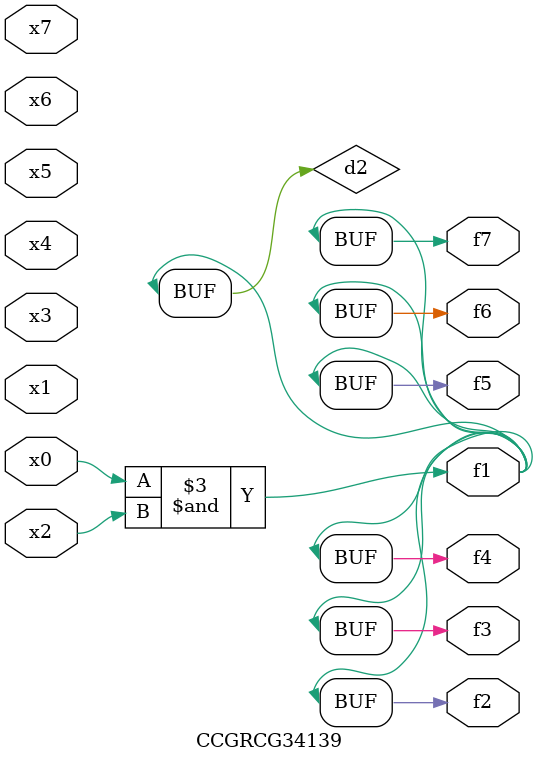
<source format=v>
module CCGRCG34139(
	input x0, x1, x2, x3, x4, x5, x6, x7,
	output f1, f2, f3, f4, f5, f6, f7
);

	wire d1, d2;

	nor (d1, x3, x6);
	and (d2, x0, x2);
	assign f1 = d2;
	assign f2 = d2;
	assign f3 = d2;
	assign f4 = d2;
	assign f5 = d2;
	assign f6 = d2;
	assign f7 = d2;
endmodule

</source>
